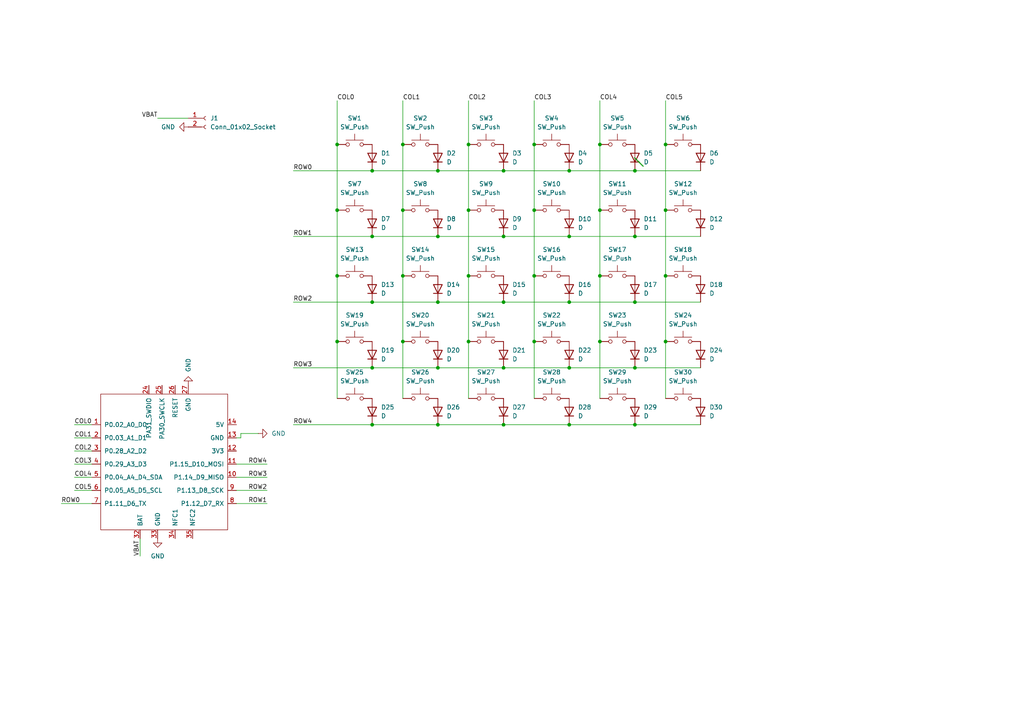
<source format=kicad_sch>
(kicad_sch (version 20250114) (generator "eeschema") (generator_version "9.0")
  (paper "A4")
  (lib_symbols
    (symbol "Connector:Conn_01x02_Socket" (pin_names (offset 1.016) (hide yes))
      (property "Reference" "J" (at 0 2.54 0))
      (property "Value" "Conn_01x02_Socket" (at 0 -5.08 0))
      (symbol "Conn_01x02_Socket_1_1"
        (polyline (pts (xy -1.27 0) (xy -0.508 0)) (stroke (width 0.1524)))
        (polyline (pts (xy -1.27 -2.54) (xy -0.508 -2.54)) (stroke (width 0.1524)))
        (arc (start 0 -0.508) (mid -0.5058 0) (end 0 0.508) (stroke (width 0.1524)))
        (arc (start 0 -3.048) (mid -0.5058 -2.54) (end 0 -2.032) (stroke (width 0.1524)))
        (pin passive line (at -5.08 0 0) (length 3.81) (name "Pin_1") (number "1"))
        (pin passive line (at -5.08 -2.54 0) (length 3.81) (name "Pin_2") (number "2"))
      )
    )
    (symbol "Device:D" (pin_numbers (hide yes)) (pin_names (offset 1.016) (hide yes))
      (property "Reference" "D" (at 0 2.54 0))
      (property "Value" "D" (at 0 -2.54 0))
      (symbol "D_0_1"
        (polyline (pts (xy -1.27 1.27) (xy -1.27 -1.27)) (stroke (width 0.254)))
        (polyline (pts (xy 1.27 1.27) (xy 1.27 -1.27) (xy -1.27 0) (xy 1.27 1.27)) (stroke (width 0.254)))
        (polyline (pts (xy 1.27 0) (xy -1.27 0)))
      )
      (symbol "D_1_1"
        (pin passive line (at -3.81 0 0) (length 2.54) (name "K") (number "1"))
        (pin passive line (at 3.81 0 180) (length 2.54) (name "A") (number "2"))
      )
    )
    (symbol "Seeed_Studio_XIAO_Series:XIAO-nRF52840-SMD" (pin_names (offset 1.016))
      (property "Reference" "U" (at -18.542 23.114 0))
      (property "Value" "XIAO-nRF52840-SMD" (at -8.636 21.336 0))
      (symbol "XIAO-nRF52840-SMD_0_1"
        (rectangle (start -19.05 20.32) (end 17.78 -19.05))
      )
      (symbol "XIAO-nRF52840-SMD_1_1"
        (pin passive line (at -21.59 11.43 0) (length 2.54) (name "P0.02_A0_D0") (number "1"))
        (pin passive line (at -21.59 7.62 0) (length 2.54) (name "P0.03_A1_D1") (number "2"))
        (pin passive line (at -21.59 3.81 0) (length 2.54) (name "P0.28_A2_D2") (number "3"))
        (pin passive line (at -21.59 0 0) (length 2.54) (name "P0.29_A3_D3") (number "4"))
        (pin passive line (at -21.59 -3.81 0) (length 2.54) (name "P0.04_A4_D4_SDA") (number "5"))
        (pin passive line (at -21.59 -7.62 0) (length 2.54) (name "P0.05_A5_D5_SCL") (number "6"))
        (pin passive line (at -21.59 -11.43 0) (length 2.54) (name "P1.11_D6_TX") (number "7"))
        (pin passive line (at -7.62 -21.59 90) (length 2.54) (name "BAT") (number "32"))
        (pin passive line (at -5.08 22.86 270) (length 2.54) (name "PA31_SWDIO") (number "24"))
        (pin passive line (at -2.54 -21.59 90) (length 2.54) (name "GND") (number "33"))
        (pin passive line (at -1.27 22.86 270) (length 2.54) (name "PA30_SWCLK") (number "25"))
        (pin passive line (at 2.54 22.86 270) (length 2.54) (name "RESET") (number "26"))
        (pin passive line (at 2.54 -21.59 90) (length 2.54) (name "NFC1") (number "34"))
        (pin passive line (at 6.35 22.86 270) (length 2.54) (name "GND") (number "27"))
        (pin passive line (at 7.62 -21.59 90) (length 2.54) (name "NFC2") (number "35"))
        (pin passive line (at 20.32 11.43 180) (length 2.54) (name "5V") (number "14"))
        (pin passive line (at 20.32 7.62 180) (length 2.54) (name "GND") (number "13"))
        (pin passive line (at 20.32 3.81 180) (length 2.54) (name "3V3") (number "12"))
        (pin passive line (at 20.32 0 180) (length 2.54) (name "P1.15_D10_MOSI") (number "11"))
        (pin passive line (at 20.32 -3.81 180) (length 2.54) (name "P1.14_D9_MISO") (number "10"))
        (pin passive line (at 20.32 -7.62 180) (length 2.54) (name "P1.13_D8_SCK") (number "9"))
        (pin passive line (at 20.32 -11.43 180) (length 2.54) (name "P1.12_D7_RX") (number "8"))
      )
    )
    (symbol "Switch:SW_Push" (pin_numbers (hide yes)) (pin_names (offset 1.016) (hide yes))
      (property "Reference" "SW" (at 1.27 2.54 0))
      (property "Value" "SW_Push" (at 0 -1.524 0))
      (symbol "SW_Push_0_1"
        (circle (center -2.032 0) (radius 0.508))
        (polyline (pts (xy 0 1.27) (xy 0 3.048)))
        (circle (center 2.032 0) (radius 0.508))
        (polyline (pts (xy 2.54 1.27) (xy -2.54 1.27)))
        (pin passive line (at -5.08 0 0) (length 2.54) (name "1") (number "1"))
        (pin passive line (at 5.08 0 180) (length 2.54) (name "2") (number "2"))
      )
    )
    (symbol "power:GND" (power) (pin_numbers (hide yes)) (pin_names (offset 0) (hide yes))
      (property "Value" "GND" (at 0 -3.81 0))
      (symbol "GND_0_1"
        (polyline (pts (xy 0 0) (xy 0 -1.27) (xy 1.27 -1.27) (xy 0 -2.54) (xy -1.27 -1.27) (xy 0 -1.27)))
      )
      (symbol "GND_1_1"
        (pin power_in line (at 0 0 270) (length 0) (name "~") (number "1"))
      )
    )
  )
  (junction (at 97.79 80.01))
  (junction (at 146.05 49.53))
  (junction (at 193.04 60.96))
  (junction (at 127 106.68))
  (junction (at 116.84 60.96))
  (junction (at 107.95 49.53))
  (junction (at 165.1 106.68))
  (junction (at 97.79 41.91))
  (junction (at 165.1 87.63))
  (junction (at 97.79 99.06))
  (junction (at 184.15 87.63))
  (junction (at 165.1 123.19))
  (junction (at 107.95 123.19))
  (junction (at 193.04 41.91))
  (junction (at 165.1 49.53))
  (junction (at 173.99 41.91))
  (junction (at 173.99 80.01))
  (junction (at 146.05 123.19))
  (junction (at 146.05 87.63))
  (junction (at 154.94 80.01))
  (junction (at 127 68.58))
  (junction (at 116.84 99.06))
  (junction (at 173.99 99.06))
  (junction (at 184.15 106.68))
  (junction (at 165.1 68.58))
  (junction (at 135.89 99.06))
  (junction (at 184.15 68.58))
  (junction (at 127 87.63))
  (junction (at 107.95 68.58))
  (junction (at 184.15 49.53))
  (junction (at 184.15 123.19))
  (junction (at 135.89 41.91))
  (junction (at 127 49.53))
  (junction (at 127 123.19))
  (junction (at 107.95 87.63))
  (junction (at 135.89 60.96))
  (junction (at 116.84 80.01))
  (junction (at 154.94 60.96))
  (junction (at 193.04 99.06))
  (junction (at 173.99 60.96))
  (junction (at 116.84 41.91))
  (junction (at 146.05 106.68))
  (junction (at 107.95 106.68))
  (junction (at 97.79 60.96))
  (junction (at 193.04 80.01))
  (junction (at 146.05 68.58))
  (junction (at 135.89 80.01))
  (junction (at 154.94 41.91))
  (junction (at 154.94 99.06))
  (bus_entry (at 184.15 45.72) (size 2.54 2.54))
  (bus_entry (at 183.9257 45.72) (size 2.54 2.54))
  (wire (pts (xy 97.79 29.21) (xy 97.79 41.91)))
  (wire (pts (xy 107.95 123.19) (xy 127 123.19)))
  (wire (pts (xy 107.95 106.68) (xy 127 106.68)))
  (wire (pts (xy 135.89 60.96) (xy 135.89 80.01)))
  (wire (pts (xy 193.04 41.91) (xy 193.04 60.96)))
  (wire (pts (xy 26.67 146.05) (xy 17.78 146.05)))
  (wire (pts (xy 68.58 146.05) (xy 77.47 146.05)))
  (wire (pts (xy 127 68.58) (xy 146.05 68.58)))
  (wire (pts (xy 127 106.68) (xy 146.05 106.68)))
  (wire (pts (xy 21.59 123.19) (xy 26.67 123.19)))
  (wire (pts (xy 165.1 106.68) (xy 184.15 106.68)))
  (wire (pts (xy 173.99 41.91) (xy 173.99 60.96)))
  (wire (pts (xy 40.64 156.21) (xy 40.64 161.29)))
  (wire (pts (xy 193.04 80.01) (xy 193.04 99.06)))
  (wire (pts (xy 154.94 41.91) (xy 154.94 60.96)))
  (wire (pts (xy 116.84 29.21) (xy 116.84 41.91)))
  (wire (pts (xy 107.95 87.63) (xy 127 87.63)))
  (wire (pts (xy 154.94 80.01) (xy 154.94 99.06)))
  (wire (pts (xy 21.59 127) (xy 26.67 127)))
  (wire (pts (xy 107.95 49.53) (xy 127 49.53)))
  (wire (pts (xy 135.89 41.91) (xy 135.89 60.96)))
  (wire (pts (xy 184.15 68.58) (xy 203.2 68.58)))
  (wire (pts (xy 193.04 29.21) (xy 193.04 41.91)))
  (wire (pts (xy 21.59 134.62) (xy 26.67 134.62)))
  (wire (pts (xy 116.84 80.01) (xy 116.84 99.06)))
  (wire (pts (xy 154.94 99.06) (xy 154.94 115.57)))
  (wire (pts (xy 68.58 142.24) (xy 77.47 142.24)))
  (wire (pts (xy 116.84 41.91) (xy 116.84 60.96)))
  (wire (pts (xy 173.99 80.01) (xy 173.99 99.06)))
  (wire (pts (xy 21.59 142.24) (xy 26.67 142.24)))
  (wire (pts (xy 173.99 29.21) (xy 173.99 41.91)))
  (wire (pts (xy 173.99 99.06) (xy 173.99 115.57)))
  (wire (pts (xy 69.85 127) (xy 69.85 125.73)))
  (wire (pts (xy 97.79 41.91) (xy 97.79 60.96)))
  (wire (pts (xy 68.58 134.62) (xy 77.47 134.62)))
  (wire (pts (xy 69.85 125.73) (xy 74.93 125.73)))
  (wire (pts (xy 107.95 68.58) (xy 127 68.58)))
  (wire (pts (xy 85.09 68.58) (xy 107.95 68.58)))
  (wire (pts (xy 184.15 106.68) (xy 203.2 106.68)))
  (wire (pts (xy 68.58 138.43) (xy 77.47 138.43)))
  (wire (pts (xy 97.79 60.96) (xy 97.79 80.01)))
  (wire (pts (xy 154.94 29.21) (xy 154.94 41.91)))
  (wire (pts (xy 127 123.19) (xy 146.05 123.19)))
  (wire (pts (xy 165.1 123.19) (xy 184.15 123.19)))
  (wire (pts (xy 85.09 106.68) (xy 107.95 106.68)))
  (wire (pts (xy 21.59 138.43) (xy 26.67 138.43)))
  (wire (pts (xy 193.04 60.96) (xy 193.04 80.01)))
  (wire (pts (xy 165.1 49.53) (xy 184.15 49.53)))
  (wire (pts (xy 116.84 60.96) (xy 116.84 80.01)))
  (wire (pts (xy 45.72 34.29) (xy 54.61 34.29)))
  (wire (pts (xy 146.05 106.68) (xy 165.1 106.68)))
  (wire (pts (xy 165.1 68.58) (xy 184.15 68.58)))
  (wire (pts (xy 146.05 49.53) (xy 165.1 49.53)))
  (wire (pts (xy 97.79 99.06) (xy 97.79 115.57)))
  (wire (pts (xy 154.94 60.96) (xy 154.94 80.01)))
  (wire (pts (xy 135.89 99.06) (xy 135.89 115.57)))
  (wire (pts (xy 165.1 87.63) (xy 184.15 87.63)))
  (wire (pts (xy 68.58 127) (xy 69.85 127)))
  (wire (pts (xy 146.05 87.63) (xy 165.1 87.63)))
  (wire (pts (xy 97.79 80.01) (xy 97.79 99.06)))
  (wire (pts (xy 135.89 80.01) (xy 135.89 99.06)))
  (wire (pts (xy 85.09 49.53) (xy 107.95 49.53)))
  (wire (pts (xy 85.09 123.19) (xy 107.95 123.19)))
  (wire (pts (xy 184.15 123.19) (xy 203.2 123.19)))
  (wire (pts (xy 173.99 60.96) (xy 173.99 80.01)))
  (wire (pts (xy 184.15 87.63) (xy 203.2 87.63)))
  (wire (pts (xy 146.05 123.19) (xy 165.1 123.19)))
  (wire (pts (xy 127 87.63) (xy 146.05 87.63)))
  (wire (pts (xy 146.05 68.58) (xy 165.1 68.58)))
  (wire (pts (xy 135.89 29.21) (xy 135.89 41.91)))
  (wire (pts (xy 116.84 99.06) (xy 116.84 115.57)))
  (wire (pts (xy 193.04 99.06) (xy 193.04 115.57)))
  (wire (pts (xy 127 49.53) (xy 146.05 49.53)))
  (wire (pts (xy 85.09 87.63) (xy 107.95 87.63)))
  (wire (pts (xy 184.15 49.53) (xy 203.2 49.53)))
  (wire (pts (xy 21.59 130.81) (xy 26.67 130.81)))
  (label "COL3" (at 21.59 134.62 0))
  (label "ROW3" (at 85.09 106.68 0))
  (label "ROW2" (at 85.09 87.63 0))
  (label "ROW4" (at 85.09 123.19 0))
  (label "VBAT" (at 40.64 161.29 90))
  (label "ROW1" (at 77.47 146.05 180))
  (label "COL0" (at 21.59 123.19 0))
  (label "COL2" (at 21.59 130.81 0))
  (label "COL1" (at 21.59 127 0))
  (label "COL2" (at 135.89 29.21 0))
  (label "VBAT" (at 45.72 34.29 180))
  (label "COL1" (at 116.84 29.21 0))
  (label "COL3" (at 154.94 29.21 0))
  (label "COL5" (at 21.59 142.24 0))
  (label "COL4" (at 173.99 29.21 0))
  (label "ROW0" (at 17.78 146.05 0))
  (label "ROW1" (at 85.09 68.58 0))
  (label "COL0" (at 97.79 29.21 0))
  (label "ROW3" (at 77.47 138.43 180))
  (label "COL5" (at 193.04 29.21 0))
  (label "COL4" (at 21.59 138.43 0))
  (label "ROW4" (at 77.47 134.62 180))
  (label "ROW0" (at 85.09 49.53 0))
  (label "ROW2" (at 77.47 142.24 180))
  (symbol (lib_id "Device:D") (at 146.05 119.38 90) (unit 1)
    (property "Reference" "D27" (at 148.59 118.1099 90) (effects (justify right)))
    (property "Value" "D" (at 148.59 120.6499 90) (effects (justify right)))
    (property "Footprint" "ExtraFootprints:RevDiode" (effects (hide yes)))
    (property "Description" "Diode" (effects (hide yes)))
    (property "Sim.Device" "D" (effects (hide yes)))
    (property "Sim.Pins" "1=K 2=A" (effects (hide yes)))
  )
  (symbol (lib_id "Switch:SW_Push") (at 121.92 60.96 0) (unit 1)
    (property "Reference" "SW8" (at 121.92 53.34 0))
    (property "Value" "SW_Push" (at 121.92 55.88 0))
    (property "Footprint" "ExtraFootprints:SW_Hotswap_Kailh_Choc_V1V2" (effects (hide yes)))
    (property "Description" "Push button switch, generic, two pins" (effects (hide yes)))
  )
  (symbol (lib_id "Switch:SW_Push") (at 102.87 80.01 0) (unit 1)
    (property "Reference" "SW13" (at 102.87 72.39 0))
    (property "Value" "SW_Push" (at 102.87 74.93 0))
    (property "Footprint" "ExtraFootprints:SW_Hotswap_Kailh_Choc_V1V2" (effects (hide yes)))
    (property "Description" "Push button switch, generic, two pins" (effects (hide yes)))
  )
  (symbol (lib_id "Switch:SW_Push") (at 179.07 80.01 0) (unit 1)
    (property "Reference" "SW17" (at 179.07 72.39 0))
    (property "Value" "SW_Push" (at 179.07 74.93 0))
    (property "Footprint" "ExtraFootprints:SW_Hotswap_Kailh_Choc_V1V2" (effects (hide yes)))
    (property "Description" "Push button switch, generic, two pins" (effects (hide yes)))
  )
  (symbol (lib_id "Switch:SW_Push") (at 102.87 60.96 0) (unit 1)
    (property "Reference" "SW7" (at 102.87 53.34 0))
    (property "Value" "SW_Push" (at 102.87 55.88 0))
    (property "Footprint" "ExtraFootprints:SW_Hotswap_Kailh_Choc_V1V2" (effects (hide yes)))
    (property "Description" "Push button switch, generic, two pins" (effects (hide yes)))
  )
  (symbol (lib_id "Device:D") (at 127 83.82 90) (unit 1)
    (property "Reference" "D14" (at 129.54 82.5499 90) (effects (justify right)))
    (property "Value" "D" (at 129.54 85.0899 90) (effects (justify right)))
    (property "Footprint" "ExtraFootprints:RevDiode" (effects (hide yes)))
    (property "Description" "Diode" (effects (hide yes)))
    (property "Sim.Device" "D" (effects (hide yes)))
    (property "Sim.Pins" "1=K 2=A" (effects (hide yes)))
  )
  (symbol (lib_id "Device:D") (at 165.1 83.82 90) (unit 1)
    (property "Reference" "D16" (at 167.64 82.5499 90) (effects (justify right)))
    (property "Value" "D" (at 167.64 85.0899 90) (effects (justify right)))
    (property "Footprint" "ExtraFootprints:RevDiode" (effects (hide yes)))
    (property "Description" "Diode" (effects (hide yes)))
    (property "Sim.Device" "D" (effects (hide yes)))
    (property "Sim.Pins" "1=K 2=A" (effects (hide yes)))
  )
  (symbol (lib_id "Switch:SW_Push") (at 160.02 41.91 0) (unit 1)
    (property "Reference" "SW4" (at 160.02 34.29 0))
    (property "Value" "SW_Push" (at 160.02 36.83 0))
    (property "Footprint" "ExtraFootprints:SW_Hotswap_Kailh_Choc_V1V2" (effects (hide yes)))
    (property "Description" "Push button switch, generic, two pins" (effects (hide yes)))
  )
  (symbol (lib_id "Switch:SW_Push") (at 102.87 99.06 0) (unit 1)
    (property "Reference" "SW19" (at 102.87 91.44 0))
    (property "Value" "SW_Push" (at 102.87 93.98 0))
    (property "Footprint" "ExtraFootprints:SW_Hotswap_Kailh_Choc_V1V2" (effects (hide yes)))
    (property "Description" "Push button switch, generic, two pins" (effects (hide yes)))
  )
  (symbol (lib_id "Switch:SW_Push") (at 140.97 60.96 0) (unit 1)
    (property "Reference" "SW9" (at 140.97 53.34 0))
    (property "Value" "SW_Push" (at 140.97 55.88 0))
    (property "Footprint" "ExtraFootprints:SW_Hotswap_Kailh_Choc_V1V2" (effects (hide yes)))
    (property "Description" "Push button switch, generic, two pins" (effects (hide yes)))
  )
  (symbol (lib_id "Switch:SW_Push") (at 160.02 99.06 0) (unit 1)
    (property "Reference" "SW22" (at 160.02 91.44 0))
    (property "Value" "SW_Push" (at 160.02 93.98 0))
    (property "Footprint" "ExtraFootprints:SW_Hotswap_Kailh_Choc_V1V2" (effects (hide yes)))
    (property "Description" "Push button switch, generic, two pins" (effects (hide yes)))
  )
  (symbol (lib_id "power:GND") (at 54.61 111.76 180) (unit 1)
    (property "Reference" "#PWR04" (effects (hide yes)))
    (property "Value" "GND" (at 54.6099 107.95 90) (effects (justify right)))
    (property "Description" "Power symbol creates a global label with name \"GND\" , ground" (effects (hide yes)))
  )
  (symbol (lib_id "Switch:SW_Push") (at 160.02 115.57 0) (unit 1)
    (property "Reference" "SW28" (at 160.02 107.95 0))
    (property "Value" "SW_Push" (at 160.02 110.49 0))
    (property "Footprint" "ExtraFootprints:SW_Hotswap_Kailh_Choc_V1V2" (effects (hide yes)))
    (property "Description" "Push button switch, generic, two pins" (effects (hide yes)))
  )
  (symbol (lib_id "Device:D") (at 146.05 83.82 90) (unit 1)
    (property "Reference" "D15" (at 148.59 82.5499 90) (effects (justify right)))
    (property "Value" "D" (at 148.59 85.0899 90) (effects (justify right)))
    (property "Footprint" "ExtraFootprints:RevDiode" (effects (hide yes)))
    (property "Description" "Diode" (effects (hide yes)))
    (property "Sim.Device" "D" (effects (hide yes)))
    (property "Sim.Pins" "1=K 2=A" (effects (hide yes)))
  )
  (symbol (lib_id "Device:D") (at 107.95 119.38 90) (unit 1)
    (property "Reference" "D25" (at 110.49 118.1099 90) (effects (justify right)))
    (property "Value" "D" (at 110.49 120.6499 90) (effects (justify right)))
    (property "Footprint" "ExtraFootprints:RevDiode" (effects (hide yes)))
    (property "Description" "Diode" (effects (hide yes)))
    (property "Sim.Device" "D" (effects (hide yes)))
    (property "Sim.Pins" "1=K 2=A" (effects (hide yes)))
  )
  (symbol (lib_id "Device:D") (at 203.2 83.82 90) (unit 1)
    (property "Reference" "D18" (at 205.74 82.5499 90) (effects (justify right)))
    (property "Value" "D" (at 205.74 85.0899 90) (effects (justify right)))
    (property "Footprint" "ExtraFootprints:RevDiode" (effects (hide yes)))
    (property "Description" "Diode" (effects (hide yes)))
    (property "Sim.Device" "D" (effects (hide yes)))
    (property "Sim.Pins" "1=K 2=A" (effects (hide yes)))
  )
  (symbol (lib_id "Connector:Conn_01x02_Socket") (at 59.69 34.29 0) (unit 1)
    (property "Reference" "J1" (at 60.96 34.2899 0) (effects (justify left)))
    (property "Value" "Conn_01x02_Socket" (at 60.96 36.8299 0) (effects (justify left)))
    (property "Footprint" "ExtraFootprints:JSTPH" (effects (hide yes)))
    (property "Description" "Generic connector, single row, 01x02, script generated" (effects (hide yes)))
  )
  (symbol (lib_id "power:GND") (at 74.93 125.73 90) (unit 1)
    (property "Reference" "#PWR05" (effects (hide yes)))
    (property "Value" "GND" (at 78.74 125.7299 90) (effects (justify right)))
    (property "Description" "Power symbol creates a global label with name \"GND\" , ground" (effects (hide yes)))
  )
  (symbol (lib_id "Device:D") (at 165.1 64.77 90) (unit 1)
    (property "Reference" "D10" (at 167.64 63.4999 90) (effects (justify right)))
    (property "Value" "D" (at 167.64 66.0399 90) (effects (justify right)))
    (property "Footprint" "ExtraFootprints:RevDiode" (effects (hide yes)))
    (property "Description" "Diode" (effects (hide yes)))
    (property "Sim.Device" "D" (effects (hide yes)))
    (property "Sim.Pins" "1=K 2=A" (effects (hide yes)))
  )
  (symbol (lib_id "Switch:SW_Push") (at 102.87 115.57 0) (unit 1)
    (property "Reference" "SW25" (at 102.87 107.95 0))
    (property "Value" "SW_Push" (at 102.87 110.49 0))
    (property "Footprint" "ExtraFootprints:SW_Hotswap_Kailh_Choc_V1V2" (effects (hide yes)))
    (property "Description" "Push button switch, generic, two pins" (effects (hide yes)))
  )
  (symbol (lib_id "Device:D") (at 203.2 64.77 90) (unit 1)
    (property "Reference" "D12" (at 205.74 63.4999 90) (effects (justify right)))
    (property "Value" "D" (at 205.74 66.0399 90) (effects (justify right)))
    (property "Footprint" "ExtraFootprints:RevDiode" (effects (hide yes)))
    (property "Description" "Diode" (effects (hide yes)))
    (property "Sim.Device" "D" (effects (hide yes)))
    (property "Sim.Pins" "1=K 2=A" (effects (hide yes)))
  )
  (symbol (lib_id "Switch:SW_Push") (at 179.07 60.96 0) (unit 1)
    (property "Reference" "SW11" (at 179.07 53.34 0))
    (property "Value" "SW_Push" (at 179.07 55.88 0))
    (property "Footprint" "ExtraFootprints:SW_Hotswap_Kailh_Choc_V1V2" (effects (hide yes)))
    (property "Description" "Push button switch, generic, two pins" (effects (hide yes)))
  )
  (symbol (lib_id "power:GND") (at 45.72 156.21 0) (unit 1)
    (property "Reference" "#PWR07" (effects (hide yes)))
    (property "Value" "GND" (at 45.72 161.29 0))
    (property "Description" "Power symbol creates a global label with name \"GND\" , ground" (effects (hide yes)))
  )
  (symbol (lib_id "power:GND") (at 54.61 36.83 270) (unit 1)
    (property "Reference" "#PWR03" (effects (hide yes)))
    (property "Value" "GND" (at 50.8 36.8299 90) (effects (justify right)))
    (property "Description" "Power symbol creates a global label with name \"GND\" , ground" (effects (hide yes)))
  )
  (symbol (lib_id "Device:D") (at 146.05 102.87 90) (unit 1)
    (property "Reference" "D21" (at 148.59 101.5999 90) (effects (justify right)))
    (property "Value" "D" (at 148.59 104.1399 90) (effects (justify right)))
    (property "Footprint" "ExtraFootprints:RevDiode" (effects (hide yes)))
    (property "Description" "Diode" (effects (hide yes)))
    (property "Sim.Device" "D" (effects (hide yes)))
    (property "Sim.Pins" "1=K 2=A" (effects (hide yes)))
  )
  (symbol (lib_id "Device:D") (at 203.2 102.87 90) (unit 1)
    (property "Reference" "D24" (at 205.74 101.5999 90) (effects (justify right)))
    (property "Value" "D" (at 205.74 104.1399 90) (effects (justify right)))
    (property "Footprint" "ExtraFootprints:RevDiode" (effects (hide yes)))
    (property "Description" "Diode" (effects (hide yes)))
    (property "Sim.Device" "D" (effects (hide yes)))
    (property "Sim.Pins" "1=K 2=A" (effects (hide yes)))
  )
  (symbol (lib_id "Switch:SW_Push") (at 121.92 80.01 0) (unit 1)
    (property "Reference" "SW14" (at 121.92 72.39 0))
    (property "Value" "SW_Push" (at 121.92 74.93 0))
    (property "Footprint" "ExtraFootprints:SW_Hotswap_Kailh_Choc_V1V2" (effects (hide yes)))
    (property "Description" "Push button switch, generic, two pins" (effects (hide yes)))
  )
  (symbol (lib_id "Switch:SW_Push") (at 198.12 99.06 0) (unit 1)
    (property "Reference" "SW24" (at 198.12 91.44 0))
    (property "Value" "SW_Push" (at 198.12 93.98 0))
    (property "Footprint" "ExtraFootprints:SW_Hotswap_Kailh_Choc_V1V2" (effects (hide yes)))
    (property "Description" "Push button switch, generic, two pins" (effects (hide yes)))
  )
  (symbol (lib_id "Device:D") (at 146.05 45.72 90) (unit 1)
    (property "Reference" "D3" (at 148.59 44.4499 90) (effects (justify right)))
    (property "Value" "D" (at 148.59 46.9899 90) (effects (justify right)))
    (property "Footprint" "ExtraFootprints:RevDiode" (effects (hide yes)))
    (property "Description" "Diode" (effects (hide yes)))
    (property "Sim.Device" "D" (effects (hide yes)))
    (property "Sim.Pins" "1=K 2=A" (effects (hide yes)))
  )
  (symbol (lib_id "Switch:SW_Push") (at 198.12 41.91 0) (unit 1)
    (property "Reference" "SW6" (at 198.12 34.29 0))
    (property "Value" "SW_Push" (at 198.12 36.83 0))
    (property "Footprint" "ExtraFootprints:SW_Hotswap_Kailh_Choc_V1V2" (effects (hide yes)))
    (property "Description" "Push button switch, generic, two pins" (effects (hide yes)))
  )
  (symbol (lib_id "Device:D") (at 165.1 102.87 90) (unit 1)
    (property "Reference" "D22" (at 167.64 101.5999 90) (effects (justify right)))
    (property "Value" "D" (at 167.64 104.1399 90) (effects (justify right)))
    (property "Footprint" "ExtraFootprints:RevDiode" (effects (hide yes)))
    (property "Description" "Diode" (effects (hide yes)))
    (property "Sim.Device" "D" (effects (hide yes)))
    (property "Sim.Pins" "1=K 2=A" (effects (hide yes)))
  )
  (symbol (lib_id "Switch:SW_Push") (at 160.02 60.96 0) (unit 1)
    (property "Reference" "SW10" (at 160.02 53.34 0))
    (property "Value" "SW_Push" (at 160.02 55.88 0))
    (property "Footprint" "ExtraFootprints:SW_Hotswap_Kailh_Choc_V1V2" (effects (hide yes)))
    (property "Description" "Push button switch, generic, two pins" (effects (hide yes)))
  )
  (symbol (lib_id "Device:D") (at 107.95 102.87 90) (unit 1)
    (property "Reference" "D19" (at 110.49 101.5999 90) (effects (justify right)))
    (property "Value" "D" (at 110.49 104.1399 90) (effects (justify right)))
    (property "Footprint" "ExtraFootprints:RevDiode" (effects (hide yes)))
    (property "Description" "Diode" (effects (hide yes)))
    (property "Sim.Device" "D" (effects (hide yes)))
    (property "Sim.Pins" "1=K 2=A" (effects (hide yes)))
  )
  (symbol (lib_id "Device:D") (at 107.95 45.72 90) (unit 1)
    (property "Reference" "D1" (at 110.49 44.4499 90) (effects (justify right)))
    (property "Value" "D" (at 110.49 46.9899 90) (effects (justify right)))
    (property "Footprint" "ExtraFootprints:RevDiode" (effects (hide yes)))
    (property "Description" "Diode" (effects (hide yes)))
    (property "Sim.Device" "D" (effects (hide yes)))
    (property "Sim.Pins" "1=K 2=A" (effects (hide yes)))
  )
  (symbol (lib_id "Device:D") (at 184.15 83.82 90) (unit 1)
    (property "Reference" "D17" (at 186.69 82.5499 90) (effects (justify right)))
    (property "Value" "D" (at 186.69 85.0899 90) (effects (justify right)))
    (property "Footprint" "ExtraFootprints:RevDiode" (effects (hide yes)))
    (property "Description" "Diode" (effects (hide yes)))
    (property "Sim.Device" "D" (effects (hide yes)))
    (property "Sim.Pins" "1=K 2=A" (effects (hide yes)))
  )
  (symbol (lib_id "Switch:SW_Push") (at 198.12 80.01 0) (unit 1)
    (property "Reference" "SW18" (at 198.12 72.39 0))
    (property "Value" "SW_Push" (at 198.12 74.93 0))
    (property "Footprint" "ExtraFootprints:SW_Hotswap_Kailh_Choc_V1V2" (effects (hide yes)))
    (property "Description" "Push button switch, generic, two pins" (effects (hide yes)))
  )
  (symbol (lib_id "Switch:SW_Push") (at 198.12 60.96 0) (unit 1)
    (property "Reference" "SW12" (at 198.12 53.34 0))
    (property "Value" "SW_Push" (at 198.12 55.88 0))
    (property "Footprint" "ExtraFootprints:SW_Hotswap_Kailh_Choc_V1V2" (effects (hide yes)))
    (property "Description" "Push button switch, generic, two pins" (effects (hide yes)))
  )
  (symbol (lib_id "Switch:SW_Push") (at 140.97 115.57 0) (unit 1)
    (property "Reference" "SW27" (at 140.97 107.95 0))
    (property "Value" "SW_Push" (at 140.97 110.49 0))
    (property "Footprint" "ExtraFootprints:SW_Hotswap_Kailh_Choc_V1V2" (effects (hide yes)))
    (property "Description" "Push button switch, generic, two pins" (effects (hide yes)))
  )
  (symbol (lib_id "Switch:SW_Push") (at 102.87 41.91 0) (unit 1)
    (property "Reference" "SW1" (at 102.87 34.29 0))
    (property "Value" "SW_Push" (at 102.87 36.83 0))
    (property "Footprint" "ExtraFootprints:SW_Hotswap_Kailh_Choc_V1V2" (effects (hide yes)))
    (property "Description" "Push button switch, generic, two pins" (effects (hide yes)))
  )
  (symbol (lib_id "Switch:SW_Push") (at 140.97 41.91 0) (unit 1)
    (property "Reference" "SW3" (at 140.97 34.29 0))
    (property "Value" "SW_Push" (at 140.97 36.83 0))
    (property "Footprint" "ExtraFootprints:SW_Hotswap_Kailh_Choc_V1V2" (effects (hide yes)))
    (property "Description" "Push button switch, generic, two pins" (effects (hide yes)))
  )
  (symbol (lib_id "Device:D") (at 127 64.77 90) (unit 1)
    (property "Reference" "D8" (at 129.54 63.4999 90) (effects (justify right)))
    (property "Value" "D" (at 129.54 66.0399 90) (effects (justify right)))
    (property "Footprint" "ExtraFootprints:RevDiode" (effects (hide yes)))
    (property "Description" "Diode" (effects (hide yes)))
    (property "Sim.Device" "D" (effects (hide yes)))
    (property "Sim.Pins" "1=K 2=A" (effects (hide yes)))
  )
  (symbol (lib_id "Switch:SW_Push") (at 140.97 99.06 0) (unit 1)
    (property "Reference" "SW21" (at 140.97 91.44 0))
    (property "Value" "SW_Push" (at 140.97 93.98 0))
    (property "Footprint" "ExtraFootprints:SW_Hotswap_Kailh_Choc_V1V2" (effects (hide yes)))
    (property "Description" "Push button switch, generic, two pins" (effects (hide yes)))
  )
  (symbol (lib_id "Device:D") (at 146.05 64.77 90) (unit 1)
    (property "Reference" "D9" (at 148.59 63.4999 90) (effects (justify right)))
    (property "Value" "D" (at 148.59 66.0399 90) (effects (justify right)))
    (property "Footprint" "ExtraFootprints:RevDiode" (effects (hide yes)))
    (property "Description" "Diode" (effects (hide yes)))
    (property "Sim.Device" "D" (effects (hide yes)))
    (property "Sim.Pins" "1=K 2=A" (effects (hide yes)))
  )
  (symbol (lib_id "Device:D") (at 184.15 64.77 90) (unit 1)
    (property "Reference" "D11" (at 186.69 63.4999 90) (effects (justify right)))
    (property "Value" "D" (at 186.69 66.0399 90) (effects (justify right)))
    (property "Footprint" "ExtraFootprints:RevDiode" (effects (hide yes)))
    (property "Description" "Diode" (effects (hide yes)))
    (property "Sim.Device" "D" (effects (hide yes)))
    (property "Sim.Pins" "1=K 2=A" (effects (hide yes)))
  )
  (symbol (lib_id "Device:D") (at 165.1 45.72 90) (unit 1)
    (property "Reference" "D4" (at 167.64 44.4499 90) (effects (justify right)))
    (property "Value" "D" (at 167.64 46.9899 90) (effects (justify right)))
    (property "Footprint" "ExtraFootprints:RevDiode" (effects (hide yes)))
    (property "Description" "Diode" (effects (hide yes)))
    (property "Sim.Device" "D" (effects (hide yes)))
    (property "Sim.Pins" "1=K 2=A" (effects (hide yes)))
  )
  (symbol (lib_id "Seeed_Studio_XIAO_Series:XIAO-nRF52840-SMD") (at 48.26 134.62 0) (unit 1)
    (property "Reference" "U2" (effects (hide yes)))
    (property "Value" "XIAO-nRF52840-SMD" (effects (hide yes)))
    (property "Footprint" "ExtraFootprints:XIAO_nRF52840_DUAL" (effects (hide yes)))
  )
  (symbol (lib_id "Switch:SW_Push") (at 160.02 80.01 0) (unit 1)
    (property "Reference" "SW16" (at 160.02 72.39 0))
    (property "Value" "SW_Push" (at 160.02 74.93 0))
    (property "Footprint" "ExtraFootprints:SW_Hotswap_Kailh_Choc_V1V2" (effects (hide yes)))
    (property "Description" "Push button switch, generic, two pins" (effects (hide yes)))
  )
  (symbol (lib_id "Switch:SW_Push") (at 179.07 41.91 0) (unit 1)
    (property "Reference" "SW5" (at 179.07 34.29 0))
    (property "Value" "SW_Push" (at 179.07 36.83 0))
    (property "Footprint" "ExtraFootprints:SW_Hotswap_Kailh_Choc_V1V2" (effects (hide yes)))
    (property "Description" "Push button switch, generic, two pins" (effects (hide yes)))
  )
  (symbol (lib_id "Switch:SW_Push") (at 121.92 99.06 0) (unit 1)
    (property "Reference" "SW20" (at 121.92 91.44 0))
    (property "Value" "SW_Push" (at 121.92 93.98 0))
    (property "Footprint" "ExtraFootprints:SW_Hotswap_Kailh_Choc_V1V2" (effects (hide yes)))
    (property "Description" "Push button switch, generic, two pins" (effects (hide yes)))
  )
  (symbol (lib_id "Device:D") (at 203.2 119.38 90) (unit 1)
    (property "Reference" "D30" (at 205.74 118.1099 90) (effects (justify right)))
    (property "Value" "D" (at 205.74 120.6499 90) (effects (justify right)))
    (property "Footprint" "ExtraFootprints:RevDiode" (effects (hide yes)))
    (property "Description" "Diode" (effects (hide yes)))
    (property "Sim.Device" "D" (effects (hide yes)))
    (property "Sim.Pins" "1=K 2=A" (effects (hide yes)))
  )
  (symbol (lib_id "Switch:SW_Push") (at 121.92 115.57 0) (unit 1)
    (property "Reference" "SW26" (at 121.92 107.95 0))
    (property "Value" "SW_Push" (at 121.92 110.49 0))
    (property "Footprint" "ExtraFootprints:SW_Hotswap_Kailh_Choc_V1V2" (effects (hide yes)))
    (property "Description" "Push button switch, generic, two pins" (effects (hide yes)))
  )
  (symbol (lib_id "Device:D") (at 184.15 119.38 90) (unit 1)
    (property "Reference" "D29" (at 186.69 118.1099 90) (effects (justify right)))
    (property "Value" "D" (at 186.69 120.6499 90) (effects (justify right)))
    (property "Footprint" "ExtraFootprints:RevDiode" (effects (hide yes)))
    (property "Description" "Diode" (effects (hide yes)))
    (property "Sim.Device" "D" (effects (hide yes)))
    (property "Sim.Pins" "1=K 2=A" (effects (hide yes)))
  )
  (symbol (lib_id "Switch:SW_Push") (at 121.92 41.91 0) (unit 1)
    (property "Reference" "SW2" (at 121.92 34.29 0))
    (property "Value" "SW_Push" (at 121.92 36.83 0))
    (property "Footprint" "ExtraFootprints:SW_Hotswap_Kailh_Choc_V1V2" (effects (hide yes)))
    (property "Description" "Push button switch, generic, two pins" (effects (hide yes)))
  )
  (symbol (lib_id "Switch:SW_Push") (at 198.12 115.57 0) (unit 1)
    (property "Reference" "SW30" (at 198.12 107.95 0))
    (property "Value" "SW_Push" (at 198.12 110.49 0))
    (property "Footprint" "ExtraFootprints:SW_Hotswap_Kailh_Choc_V1V2" (effects (hide yes)))
    (property "Description" "Push button switch, generic, two pins" (effects (hide yes)))
  )
  (symbol (lib_id "Device:D") (at 127 45.72 90) (unit 1)
    (property "Reference" "D2" (at 129.54 44.4499 90) (effects (justify right)))
    (property "Value" "D" (at 129.54 46.9899 90) (effects (justify right)))
    (property "Footprint" "ExtraFootprints:RevDiode" (effects (hide yes)))
    (property "Description" "Diode" (effects (hide yes)))
    (property "Sim.Device" "D" (effects (hide yes)))
    (property "Sim.Pins" "1=K 2=A" (effects (hide yes)))
  )
  (symbol (lib_id "Switch:SW_Push") (at 179.07 115.57 0) (unit 1)
    (property "Reference" "SW29" (at 179.07 107.95 0))
    (property "Value" "SW_Push" (at 179.07 110.49 0))
    (property "Footprint" "ExtraFootprints:SW_Hotswap_Kailh_Choc_V1V2" (effects (hide yes)))
    (property "Description" "Push button switch, generic, two pins" (effects (hide yes)))
  )
  (symbol (lib_id "Device:D") (at 127 102.87 90) (unit 1)
    (property "Reference" "D20" (at 129.54 101.5999 90) (effects (justify right)))
    (property "Value" "D" (at 129.54 104.1399 90) (effects (justify right)))
    (property "Footprint" "ExtraFootprints:RevDiode" (effects (hide yes)))
    (property "Description" "Diode" (effects (hide yes)))
    (property "Sim.Device" "D" (effects (hide yes)))
    (property "Sim.Pins" "1=K 2=A" (effects (hide yes)))
  )
  (symbol (lib_id "Device:D") (at 107.95 64.77 90) (unit 1)
    (property "Reference" "D7" (at 110.49 63.4999 90) (effects (justify right)))
    (property "Value" "D" (at 110.49 66.0399 90) (effects (justify right)))
    (property "Footprint" "ExtraFootprints:RevDiode" (effects (hide yes)))
    (property "Description" "Diode" (effects (hide yes)))
    (property "Sim.Device" "D" (effects (hide yes)))
    (property "Sim.Pins" "1=K 2=A" (effects (hide yes)))
  )
  (symbol (lib_id "Switch:SW_Push") (at 179.07 99.06 0) (unit 1)
    (property "Reference" "SW23" (at 179.07 91.44 0))
    (property "Value" "SW_Push" (at 179.07 93.98 0))
    (property "Footprint" "ExtraFootprints:SW_Hotswap_Kailh_Choc_V1V2" (effects (hide yes)))
    (property "Description" "Push button switch, generic, two pins" (effects (hide yes)))
  )
  (symbol (lib_id "Device:D") (at 184.15 102.87 90) (unit 1)
    (property "Reference" "D23" (at 186.69 101.5999 90) (effects (justify right)))
    (property "Value" "D" (at 186.69 104.1399 90) (effects (justify right)))
    (property "Footprint" "ExtraFootprints:RevDiode" (effects (hide yes)))
    (property "Description" "Diode" (effects (hide yes)))
    (property "Sim.Device" "D" (effects (hide yes)))
    (property "Sim.Pins" "1=K 2=A" (effects (hide yes)))
  )
  (symbol (lib_id "Device:D") (at 127 119.38 90) (unit 1)
    (property "Reference" "D26" (at 129.54 118.1099 90) (effects (justify right)))
    (property "Value" "D" (at 129.54 120.6499 90) (effects (justify right)))
    (property "Footprint" "ExtraFootprints:RevDiode" (effects (hide yes)))
    (property "Description" "Diode" (effects (hide yes)))
    (property "Sim.Device" "D" (effects (hide yes)))
    (property "Sim.Pins" "1=K 2=A" (effects (hide yes)))
  )
  (symbol (lib_id "Device:D") (at 184.15 45.72 90) (unit 1)
    (property "Reference" "D5" (at 186.69 44.4499 90) (effects (justify right)))
    (property "Value" "D" (at 186.69 46.9899 90) (effects (justify right)))
    (property "Footprint" "ExtraFootprints:RevDiode" (effects (hide yes)))
    (property "Description" "Diode" (effects (hide yes)))
    (property "Sim.Device" "D" (effects (hide yes)))
    (property "Sim.Pins" "1=K 2=A" (effects (hide yes)))
  )
  (symbol (lib_id "Device:D") (at 107.95 83.82 90) (unit 1)
    (property "Reference" "D13" (at 110.49 82.5499 90) (effects (justify right)))
    (property "Value" "D" (at 110.49 85.0899 90) (effects (justify right)))
    (property "Footprint" "ExtraFootprints:RevDiode" (effects (hide yes)))
    (property "Description" "Diode" (effects (hide yes)))
    (property "Sim.Device" "D" (effects (hide yes)))
    (property "Sim.Pins" "1=K 2=A" (effects (hide yes)))
  )
  (symbol (lib_id "Device:D") (at 165.1 119.38 90) (unit 1)
    (property "Reference" "D28" (at 167.64 118.1099 90) (effects (justify right)))
    (property "Value" "D" (at 167.64 120.6499 90) (effects (justify right)))
    (property "Footprint" "ExtraFootprints:RevDiode" (effects (hide yes)))
    (property "Description" "Diode" (effects (hide yes)))
    (property "Sim.Device" "D" (effects (hide yes)))
    (property "Sim.Pins" "1=K 2=A" (effects (hide yes)))
  )
  (symbol (lib_id "Device:D") (at 203.2 45.72 90) (unit 1)
    (property "Reference" "D6" (at 205.74 44.4499 90) (effects (justify right)))
    (property "Value" "D" (at 205.74 46.9899 90) (effects (justify right)))
    (property "Footprint" "ExtraFootprints:RevDiode" (effects (hide yes)))
    (property "Description" "Diode" (effects (hide yes)))
    (property "Sim.Device" "D" (effects (hide yes)))
    (property "Sim.Pins" "1=K 2=A" (effects (hide yes)))
  )
  (symbol (lib_id "Switch:SW_Push") (at 140.97 80.01 0) (unit 1)
    (property "Reference" "SW15" (at 140.97 72.39 0))
    (property "Value" "SW_Push" (at 140.97 74.93 0))
    (property "Footprint" "ExtraFootprints:SW_Hotswap_Kailh_Choc_V1V2" (effects (hide yes)))
    (property "Description" "Push button switch, generic, two pins" (effects (hide yes)))
  )
)
</source>
